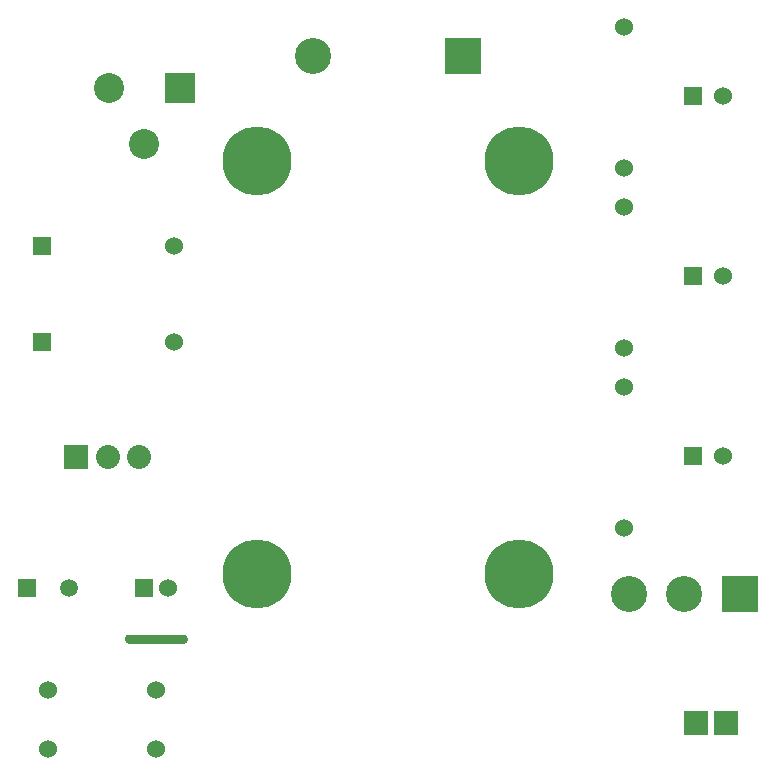
<source format=gbr>
G04 #@! TF.FileFunction,Copper,L1,Top,Signal*
%FSLAX46Y46*%
G04 Gerber Fmt 4.6, Leading zero omitted, Abs format (unit mm)*
G04 Created by KiCad (PCBNEW (2015-08-21 BZR 6112)-product) date 2015 October 20, Tuesday 21:40:53*
%MOMM*%
G01*
G04 APERTURE LIST*
%ADD10C,0.100000*%
%ADD11C,5.842000*%
%ADD12C,3.048000*%
%ADD13R,3.048000X3.048000*%
%ADD14R,1.500000X1.500000*%
%ADD15C,1.500000*%
%ADD16C,1.524000*%
%ADD17R,1.524000X1.524000*%
%ADD18C,2.540000*%
%ADD19R,2.540000X2.540000*%
%ADD20R,2.032000X2.032000*%
%ADD21C,2.032000*%
%ADD22C,0.762000*%
%ADD23C,0.762000*%
G04 APERTURE END LIST*
D10*
D11*
X134493000Y-117652800D03*
X134493000Y-82727800D03*
X156718000Y-117652800D03*
X156718000Y-82727800D03*
D12*
X139255500Y-73837800D03*
D13*
X151955500Y-73837800D03*
D14*
X115090000Y-118872000D03*
D15*
X118590000Y-118872000D03*
D16*
X116840000Y-127548000D03*
X116840000Y-132548000D03*
X125984000Y-127548000D03*
X125984000Y-132548000D03*
D17*
X124984000Y-118872000D03*
D16*
X126984000Y-118872000D03*
X127508000Y-89916000D03*
D17*
X116332000Y-89916000D03*
D16*
X127508000Y-98044000D03*
D17*
X116332000Y-98044000D03*
D16*
X173990000Y-107696000D03*
D17*
X171450000Y-107696000D03*
D16*
X173990000Y-92456000D03*
D17*
X171450000Y-92456000D03*
D16*
X173990000Y-77216000D03*
D17*
X171450000Y-77216000D03*
D18*
X125000000Y-81282000D03*
X122000000Y-76582000D03*
D19*
X128000000Y-76582000D03*
D20*
X171704000Y-130302000D03*
X174244000Y-130302000D03*
D16*
X165608000Y-113792000D03*
X165608000Y-101854000D03*
X165608000Y-98552000D03*
X165608000Y-86614000D03*
X165608000Y-83312000D03*
X165608000Y-71374000D03*
D12*
X170688000Y-119380000D03*
X165989000Y-119380000D03*
D13*
X175387000Y-119380000D03*
D20*
X119216000Y-107798000D03*
D21*
X121886000Y-107798000D03*
X124556000Y-107798000D03*
D22*
X123698000Y-123190000D03*
X128270000Y-123190000D03*
D23*
X128270000Y-123190000D02*
X123698000Y-123190000D01*
M02*

</source>
